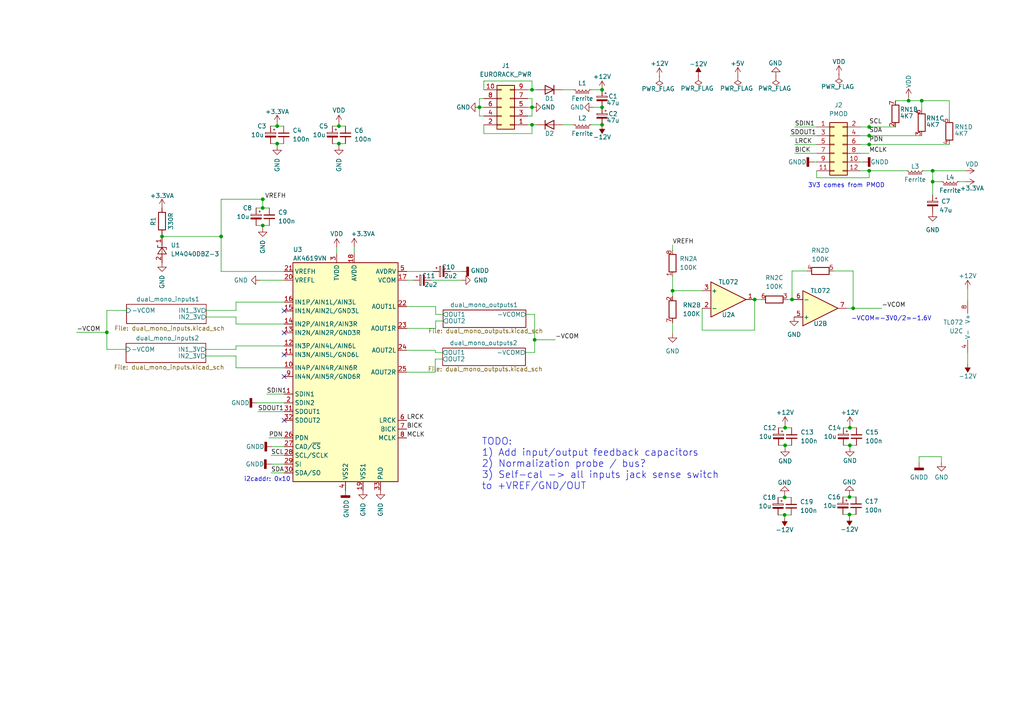
<source format=kicad_sch>
(kicad_sch (version 20211123) (generator eeschema)
  (paper "A4")
  (lib_symbols
    (symbol "Amplifier_Operational:TL072" (pin_names (offset 0.127))
      (property "Reference" "U" (at 0 5.08 0))
      (property "Value" "TL072" (at 0 -5.08 0))
      (symbol "TL072_1_1"
        (polyline (pts (xy -5.08 5.08) (xy 5.08 0) (xy -5.08 -5.08) (xy -5.08 5.08)) (stroke (width 0.254)) (fill (type background)))
        (pin output line (at 7.62 0 180) (length 2.54) (name "~") (number "1"))
        (pin input line (at -7.62 -2.54 0) (length 2.54) (name "-") (number "2"))
        (pin input line (at -7.62 2.54 0) (length 2.54) (name "+") (number "3"))
      )
      (symbol "TL072_2_1"
        (polyline (pts (xy -5.08 5.08) (xy 5.08 0) (xy -5.08 -5.08) (xy -5.08 5.08)) (stroke (width 0.254)) (fill (type background)))
        (pin input line (at -7.62 2.54 0) (length 2.54) (name "+") (number "5"))
        (pin input line (at -7.62 -2.54 0) (length 2.54) (name "-") (number "6"))
        (pin output line (at 7.62 0 180) (length 2.54) (name "~") (number "7"))
      )
      (symbol "TL072_3_1"
        (pin power_in line (at -2.54 -7.62 90) (length 3.81) (name "V-") (number "4"))
        (pin power_in line (at -2.54 7.62 270) (length 3.81) (name "V+") (number "8"))
      )
    )
    (symbol "Connector_Generic:Conn_02x05_Odd_Even" (pin_names (offset 1.016) hide)
      (property "Reference" "J" (at 1.27 7.62 0))
      (property "Value" "Conn_02x05_Odd_Even" (at 1.27 -7.62 0))
      (symbol "Conn_02x05_Odd_Even_1_1"
        (rectangle (start -1.27 -4.953) (end 0 -5.207) (stroke (width 0.1524)))
        (rectangle (start -1.27 -2.413) (end 0 -2.667) (stroke (width 0.1524)))
        (rectangle (start -1.27 0.127) (end 0 -0.127) (stroke (width 0.1524)))
        (rectangle (start -1.27 2.667) (end 0 2.413) (stroke (width 0.1524)))
        (rectangle (start -1.27 5.207) (end 0 4.953) (stroke (width 0.1524)))
        (rectangle (start -1.27 6.35) (end 3.81 -6.35) (stroke (width 0.254)) (fill (type background)))
        (rectangle (start 3.81 -4.953) (end 2.54 -5.207) (stroke (width 0.1524)))
        (rectangle (start 3.81 -2.413) (end 2.54 -2.667) (stroke (width 0.1524)))
        (rectangle (start 3.81 0.127) (end 2.54 -0.127) (stroke (width 0.1524)))
        (rectangle (start 3.81 2.667) (end 2.54 2.413) (stroke (width 0.1524)))
        (rectangle (start 3.81 5.207) (end 2.54 4.953) (stroke (width 0.1524)))
        (pin passive line (at -5.08 5.08 0) (length 3.81) (name "Pin_1") (number "1"))
        (pin passive line (at 7.62 -5.08 180) (length 3.81) (name "Pin_10") (number "10"))
        (pin passive line (at 7.62 5.08 180) (length 3.81) (name "Pin_2") (number "2"))
        (pin passive line (at -5.08 2.54 0) (length 3.81) (name "Pin_3") (number "3"))
        (pin passive line (at 7.62 2.54 180) (length 3.81) (name "Pin_4") (number "4"))
        (pin passive line (at -5.08 0 0) (length 3.81) (name "Pin_5") (number "5"))
        (pin passive line (at 7.62 0 180) (length 3.81) (name "Pin_6") (number "6"))
        (pin passive line (at -5.08 -2.54 0) (length 3.81) (name "Pin_7") (number "7"))
        (pin passive line (at 7.62 -2.54 180) (length 3.81) (name "Pin_8") (number "8"))
        (pin passive line (at -5.08 -5.08 0) (length 3.81) (name "Pin_9") (number "9"))
      )
    )
    (symbol "Connector_Generic:Conn_02x06_Odd_Even" (pin_names (offset 1.016) hide)
      (property "Reference" "J" (at 1.27 7.62 0))
      (property "Value" "Conn_02x06_Odd_Even" (at 1.27 -10.16 0))
      (symbol "Conn_02x06_Odd_Even_1_1"
        (rectangle (start -1.27 -7.493) (end 0 -7.747) (stroke (width 0.1524)))
        (rectangle (start -1.27 -4.953) (end 0 -5.207) (stroke (width 0.1524)))
        (rectangle (start -1.27 -2.413) (end 0 -2.667) (stroke (width 0.1524)))
        (rectangle (start -1.27 0.127) (end 0 -0.127) (stroke (width 0.1524)))
        (rectangle (start -1.27 2.667) (end 0 2.413) (stroke (width 0.1524)))
        (rectangle (start -1.27 5.207) (end 0 4.953) (stroke (width 0.1524)))
        (rectangle (start -1.27 6.35) (end 3.81 -8.89) (stroke (width 0.254)) (fill (type background)))
        (rectangle (start 3.81 -7.493) (end 2.54 -7.747) (stroke (width 0.1524)))
        (rectangle (start 3.81 -4.953) (end 2.54 -5.207) (stroke (width 0.1524)))
        (rectangle (start 3.81 -2.413) (end 2.54 -2.667) (stroke (width 0.1524)))
        (rectangle (start 3.81 0.127) (end 2.54 -0.127) (stroke (width 0.1524)))
        (rectangle (start 3.81 2.667) (end 2.54 2.413) (stroke (width 0.1524)))
        (rectangle (start 3.81 5.207) (end 2.54 4.953) (stroke (width 0.1524)))
        (pin passive line (at -5.08 5.08 0) (length 3.81) (name "Pin_1") (number "1"))
        (pin passive line (at 7.62 -5.08 180) (length 3.81) (name "Pin_10") (number "10"))
        (pin passive line (at -5.08 -7.62 0) (length 3.81) (name "Pin_11") (number "11"))
        (pin passive line (at 7.62 -7.62 180) (length 3.81) (name "Pin_12") (number "12"))
        (pin passive line (at 7.62 5.08 180) (length 3.81) (name "Pin_2") (number "2"))
        (pin passive line (at -5.08 2.54 0) (length 3.81) (name "Pin_3") (number "3"))
        (pin passive line (at 7.62 2.54 180) (length 3.81) (name "Pin_4") (number "4"))
        (pin passive line (at -5.08 0 0) (length 3.81) (name "Pin_5") (number "5"))
        (pin passive line (at 7.62 0 180) (length 3.81) (name "Pin_6") (number "6"))
        (pin passive line (at -5.08 -2.54 0) (length 3.81) (name "Pin_7") (number "7"))
        (pin passive line (at 7.62 -2.54 180) (length 3.81) (name "Pin_8") (number "8"))
        (pin passive line (at -5.08 -5.08 0) (length 3.81) (name "Pin_9") (number "9"))
      )
    )
    (symbol "Device:C_Polarized_Small" (pin_numbers hide) (pin_names (offset 0.254) hide)
      (property "Reference" "C" (at 0.254 1.778 0))
      (property "Value" "C_Polarized_Small" (at 0.254 -2.032 0))
      (symbol "C_Polarized_Small_0_1"
        (rectangle (start -1.524 -0.3048) (end 1.524 -0.6858) (fill (type outline)))
        (rectangle (start -1.524 0.6858) (end 1.524 0.3048))
        (polyline (pts (xy -1.27 1.524) (xy -0.762 1.524)))
        (polyline (pts (xy -1.016 1.27) (xy -1.016 1.778)))
      )
      (symbol "C_Polarized_Small_1_1"
        (pin passive line (at 0 2.54 270) (length 1.8542) (name "~") (number "1"))
        (pin passive line (at 0 -2.54 90) (length 1.8542) (name "~") (number "2"))
      )
    )
    (symbol "Device:C_Small" (pin_numbers hide) (pin_names (offset 0.254) hide)
      (property "Reference" "C" (at 0.254 1.778 0))
      (property "Value" "C_Small" (at 0.254 -2.032 0))
      (symbol "C_Small_0_1"
        (polyline (pts (xy -1.524 -0.508) (xy 1.524 -0.508)) (stroke (width 0.3302)))
        (polyline (pts (xy -1.524 0.508) (xy 1.524 0.508)) (stroke (width 0.3048)))
      )
      (symbol "C_Small_1_1"
        (pin passive line (at 0 2.54 270) (length 2.032) (name "~") (number "1"))
        (pin passive line (at 0 -2.54 90) (length 2.032) (name "~") (number "2"))
      )
    )
    (symbol "Device:L_Ferrite_Small" (pin_numbers hide) (pin_names (offset 0.254) hide)
      (property "Reference" "L" (at 1.27 1.016 0))
      (property "Value" "L_Ferrite_Small" (at 1.27 -1.27 0))
      (symbol "L_Ferrite_Small_0_1"
        (arc (start 0 -2.032) (mid 0.508 -1.524) (end 0 -1.016))
        (arc (start 0 -1.016) (mid 0.508 -0.508) (end 0 0))
        (polyline (pts (xy 0.762 -1.905) (xy 0.762 -1.651)))
        (polyline (pts (xy 0.762 -1.397) (xy 0.762 -1.143)))
        (polyline (pts (xy 0.762 -0.889) (xy 0.762 -0.635)))
        (polyline (pts (xy 0.762 -0.381) (xy 0.762 -0.127)))
        (polyline (pts (xy 0.762 0.127) (xy 0.762 0.381)))
        (polyline (pts (xy 0.762 0.635) (xy 0.762 0.889)))
        (polyline (pts (xy 0.762 1.143) (xy 0.762 1.397)))
        (polyline (pts (xy 0.762 1.651) (xy 0.762 1.905)))
        (polyline (pts (xy 1.016 -1.651) (xy 1.016 -1.905)))
        (polyline (pts (xy 1.016 -1.143) (xy 1.016 -1.397)))
        (polyline (pts (xy 1.016 -0.635) (xy 1.016 -0.889)))
        (polyline (pts (xy 1.016 -0.127) (xy 1.016 -0.381)))
        (polyline (pts (xy 1.016 0.381) (xy 1.016 0.127)))
        (polyline (pts (xy 1.016 0.889) (xy 1.016 0.635)))
        (polyline (pts (xy 1.016 1.397) (xy 1.016 1.143)))
        (polyline (pts (xy 1.016 1.905) (xy 1.016 1.651)))
        (arc (start 0 0) (mid 0.508 0.508) (end 0 1.016))
        (arc (start 0 1.016) (mid 0.508 1.524) (end 0 2.032))
      )
      (symbol "L_Ferrite_Small_1_1"
        (pin passive line (at 0 2.54 270) (length 0.508) (name "~") (number "1"))
        (pin passive line (at 0 -2.54 90) (length 0.508) (name "~") (number "2"))
      )
    )
    (symbol "Device:R" (pin_numbers hide) (pin_names (offset 0))
      (property "Reference" "R" (at 2.032 0 90))
      (property "Value" "R" (at 0 0 90))
      (symbol "R_0_1"
        (rectangle (start -1.016 -2.54) (end 1.016 2.54) (stroke (width 0.254)))
      )
      (symbol "R_1_1"
        (pin passive line (at 0 3.81 270) (length 1.27) (name "~") (number "1"))
        (pin passive line (at 0 -3.81 90) (length 1.27) (name "~") (number "2"))
      )
    )
    (symbol "Device:R_Pack04_Split" (pin_names (offset 0) hide)
      (property "Reference" "RN" (at 2.032 0 90))
      (property "Value" "R_Pack04_Split" (at 0 0 90))
      (symbol "R_Pack04_Split_0_1"
        (rectangle (start 1.016 2.54) (end -1.016 -2.54) (stroke (width 0.254)))
      )
      (symbol "R_Pack04_Split_1_1"
        (pin passive line (at 0 -3.81 90) (length 1.27) (name "R1.1") (number "1"))
        (pin passive line (at 0 3.81 270) (length 1.27) (name "R1.2") (number "8"))
      )
      (symbol "R_Pack04_Split_2_1"
        (pin passive line (at 0 -3.81 90) (length 1.27) (name "R2.1") (number "2"))
        (pin passive line (at 0 3.81 270) (length 1.27) (name "R2.2") (number "7"))
      )
      (symbol "R_Pack04_Split_3_1"
        (pin passive line (at 0 -3.81 90) (length 1.27) (name "R3.1") (number "3"))
        (pin passive line (at 0 3.81 270) (length 1.27) (name "R3.2") (number "6"))
      )
      (symbol "R_Pack04_Split_4_1"
        (pin passive line (at 0 -3.81 90) (length 1.27) (name "R4.1") (number "4"))
        (pin passive line (at 0 3.81 270) (length 1.27) (name "R4.2") (number "5"))
      )
    )
    (symbol "Diode:US1G" (pin_numbers hide) (pin_names (offset 1.016) hide)
      (property "Reference" "D" (at 0 2.54 0))
      (property "Value" "US1G" (at 0 -2.54 0))
      (symbol "US1G_0_1"
        (polyline (pts (xy -1.27 1.27) (xy -1.27 -1.27)) (stroke (width 0.254)))
        (polyline (pts (xy 1.27 0) (xy -1.27 0)))
        (polyline (pts (xy 1.27 1.27) (xy 1.27 -1.27) (xy -1.27 0) (xy 1.27 1.27)) (stroke (width 0.254)))
      )
      (symbol "US1G_1_1"
        (pin passive line (at -3.81 0 0) (length 2.54) (name "K") (number "1"))
        (pin passive line (at 3.81 0 180) (length 2.54) (name "A") (number "2"))
      )
    )
    (symbol "Reference_Voltage:LM4040DBZ-3" (pin_names (offset 0.0254) hide)
      (property "Reference" "U" (at 0 2.54 0))
      (property "Value" "LM4040DBZ-3" (at 0 -3.175 0))
      (symbol "LM4040DBZ-3_0_1"
        (polyline (pts (xy -1.27 0) (xy 0 0) (xy 1.27 0)))
        (polyline (pts (xy -1.27 -1.27) (xy 0.635 0) (xy -1.27 1.27) (xy -1.27 -1.27)) (stroke (width 0.2032)))
        (polyline (pts (xy 0 -1.27) (xy 0.635 -1.27) (xy 0.635 1.27) (xy 1.27 1.27)) (stroke (width 0.2032)))
      )
      (symbol "LM4040DBZ-3_1_1"
        (pin passive line (at 3.81 0 180) (length 2.54) (name "K") (number "1"))
        (pin passive line (at -3.81 0 0) (length 2.54) (name "A") (number "2"))
      )
    )
    (symbol "ak_codec_ics:AK4619VN"
      (property "Reference" "U?" (at -13.97 41.91 0))
      (property "Value" "AK4619VN" (at -10.16 39.37 0))
      (symbol "AK4619VN_0_1"
        (rectangle (start -15.24 38.1) (end 15.24 -25.4) (stroke (width 0.254)) (fill (type background)))
      )
      (symbol "AK4619VN_1_1"
        (pin input line (at -17.78 0 0) (length 2.54) (name "SDIN1") (number "1"))
        (pin input line (at -17.78 7.62 0) (length 2.54) (name "IN4P/AIN4R/AIN6R") (number "10"))
        (pin input line (at -17.78 11.43 0) (length 2.54) (name "IN3N/AIN5L/GND6L") (number "11"))
        (pin input line (at -17.78 13.97 0) (length 2.54) (name "IN3P/AIN4L/AIN6L") (number "12"))
        (pin input line (at -17.78 17.78 0) (length 2.54) (name "IN2N/AIN2R/GND3R") (number "13"))
        (pin input line (at -17.78 20.32 0) (length 2.54) (name "IN2P/AIN1R/AIN3R") (number "14"))
        (pin input line (at -17.78 24.13 0) (length 2.54) (name "IN1N/AIN2L/GND3L") (number "15"))
        (pin input line (at -17.78 26.67 0) (length 2.54) (name "IN1P/AIN1L/AIN3L") (number "16"))
        (pin power_out line (at 17.78 33.02 180) (length 2.54) (name "VCOM") (number "17"))
        (pin power_in line (at 2.54 40.64 270) (length 2.54) (name "AVDD") (number "18"))
        (pin power_in line (at 5.08 -27.94 90) (length 2.54) (name "VSS1") (number "19"))
        (pin input line (at -17.78 -2.54 0) (length 2.54) (name "SDIN2") (number "2"))
        (pin input line (at -17.78 33.02 0) (length 2.54) (name "VREFL") (number "20"))
        (pin input line (at -17.78 35.56 0) (length 2.54) (name "VREFH") (number "21"))
        (pin output line (at 17.78 25.4 180) (length 2.54) (name "AOUT1L") (number "22"))
        (pin output line (at 17.78 19.05 180) (length 2.54) (name "AOUT1R") (number "23"))
        (pin output line (at 17.78 12.7 180) (length 2.54) (name "AOUT2L") (number "24"))
        (pin output line (at 17.78 6.35 180) (length 2.54) (name "AOUT2R") (number "25"))
        (pin input line (at -17.78 -12.7 0) (length 2.54) (name "PDN") (number "26"))
        (pin input line (at -17.78 -15.24 0) (length 2.54) (name "CAD/~{CS}") (number "27"))
        (pin input line (at -17.78 -17.78 0) (length 2.54) (name "SCL/SCLK") (number "28"))
        (pin input line (at -17.78 -20.32 0) (length 2.54) (name "SI") (number "29"))
        (pin power_in line (at -2.54 40.64 270) (length 2.54) (name "TVDD") (number "3"))
        (pin bidirectional line (at -17.78 -22.86 0) (length 2.54) (name "SDA/SO") (number "30"))
        (pin output line (at -17.78 -5.08 0) (length 2.54) (name "SDOUT1") (number "31"))
        (pin output line (at -17.78 -7.62 0) (length 2.54) (name "SDOUT2") (number "32"))
        (pin passive line (at 10.16 -27.94 90) (length 2.54) (name "PAD") (number "33"))
        (pin power_in line (at 0 -27.94 90) (length 2.54) (name "VSS2") (number "4"))
        (pin power_out line (at 17.78 35.56 180) (length 2.54) (name "AVDRV") (number "5"))
        (pin input line (at 17.78 -7.62 180) (length 2.54) (name "LRCK") (number "6"))
        (pin input line (at 17.78 -10.16 180) (length 2.54) (name "BICK") (number "7"))
        (pin input line (at 17.78 -12.7 180) (length 2.54) (name "MCLK") (number "8"))
        (pin input line (at -17.78 5.08 0) (length 2.54) (name "IN4N/AIN5R/GND6R") (number "9"))
      )
    )
    (symbol "power:+12V" (power) (pin_names (offset 0))
      (property "Value" "+12V" (at 0 3.556 0))
      (symbol "+12V_0_1"
        (polyline (pts (xy -0.762 1.27) (xy 0 2.54)))
        (polyline (pts (xy 0 0) (xy 0 2.54)))
        (polyline (pts (xy 0 2.54) (xy 0.762 1.27)))
      )
      (symbol "+12V_1_1"
        (pin power_in line (at 0 0 90) (length 0) hide (name "+12V") (number "1"))
      )
    )
    (symbol "power:+3.3VA" (power) (pin_names (offset 0))
      (property "Value" "+3.3VA" (at 0 3.556 0))
      (symbol "+3.3VA_0_1"
        (polyline (pts (xy -0.762 1.27) (xy 0 2.54)))
        (polyline (pts (xy 0 0) (xy 0 2.54)))
        (polyline (pts (xy 0 2.54) (xy 0.762 1.27)))
      )
      (symbol "+3.3VA_1_1"
        (pin power_in line (at 0 0 90) (length 0) hide (name "+3.3VA") (number "1"))
      )
    )
    (symbol "power:+5V" (power) (pin_names (offset 0))
      (property "Value" "+5V" (at 0 3.556 0))
      (symbol "+5V_0_1"
        (polyline (pts (xy -0.762 1.27) (xy 0 2.54)))
        (polyline (pts (xy 0 0) (xy 0 2.54)))
        (polyline (pts (xy 0 2.54) (xy 0.762 1.27)))
      )
      (symbol "+5V_1_1"
        (pin power_in line (at 0 0 90) (length 0) hide (name "+5V") (number "1"))
      )
    )
    (symbol "power:-12V" (power) (pin_names (offset 0))
      (property "Value" "-12V" (at 0 3.81 0))
      (symbol "-12V_0_0"
        (pin power_in line (at 0 0 90) (length 0) hide (name "-12V") (number "1"))
      )
      (symbol "-12V_0_1"
        (polyline (pts (xy 0 0) (xy 0 1.27) (xy 0.762 1.27) (xy 0 2.54) (xy -0.762 1.27) (xy 0 1.27)) (fill (type outline)))
      )
    )
    (symbol "power:GND" (power) (pin_names (offset 0))
      (property "Value" "GND" (at 0 -3.81 0))
      (symbol "GND_0_1"
        (polyline (pts (xy 0 0) (xy 0 -1.27) (xy 1.27 -1.27) (xy 0 -2.54) (xy -1.27 -1.27) (xy 0 -1.27)))
      )
      (symbol "GND_1_1"
        (pin power_in line (at 0 0 270) (length 0) hide (name "GND") (number "1"))
      )
    )
    (symbol "power:GNDD" (power) (pin_names (offset 0))
      (property "Value" "GNDD" (at 0 -3.175 0))
      (symbol "GNDD_0_1"
        (rectangle (start -1.27 -1.524) (end 1.27 -2.032) (stroke (width 0.254)) (fill (type outline)))
        (polyline (pts (xy 0 0) (xy 0 -1.524)))
      )
      (symbol "GNDD_1_1"
        (pin power_in line (at 0 0 270) (length 0) hide (name "GNDD") (number "1"))
      )
    )
    (symbol "power:PWR_FLAG" (power) (pin_numbers hide) (pin_names (offset 0) hide)
      (property "Value" "PWR_FLAG" (at 0 3.81 0))
      (symbol "PWR_FLAG_0_0"
        (pin power_out line (at 0 0 90) (length 0) (name "pwr") (number "1"))
      )
      (symbol "PWR_FLAG_0_1"
        (polyline (pts (xy 0 0) (xy 0 1.27) (xy -1.016 1.905) (xy 0 2.54) (xy 1.016 1.905) (xy 0 1.27)))
      )
    )
    (symbol "power:VDD" (power) (pin_names (offset 0))
      (property "Value" "VDD" (at 0 3.81 0))
      (symbol "VDD_0_1"
        (polyline (pts (xy -0.762 1.27) (xy 0 2.54)))
        (polyline (pts (xy 0 0) (xy 0 2.54)))
        (polyline (pts (xy 0 2.54) (xy 0.762 1.27)))
      )
      (symbol "VDD_1_1"
        (pin power_in line (at 0 0 90) (length 0) hide (name "VDD") (number "1"))
      )
    )
  )
  (junction (at 174.625 26.035))
  (junction (at 76.2 60.325))
  (junction (at 252.095 39.37))
  (junction (at 98.298 41.656))
  (junction (at 227.711 129.159))
  (junction (at 227.711 124.079))
  (junction (at 139.065 31.115))
  (junction (at 267.335 29.21))
  (junction (at 174.625 36.195))
  (junction (at 98.298 36.576))
  (junction (at 252.095 36.83))
  (junction (at 64.135 68.58))
  (junction (at 247.4468 89.408))
  (junction (at 154.305 36.195))
  (junction (at 227.584 149.352))
  (junction (at 252.095 41.91))
  (junction (at 263.525 29.21))
  (junction (at 155.067 98.552))
  (junction (at 30.988 96.393))
  (junction (at 195.072 84.328))
  (junction (at 229.7176 86.868))
  (junction (at 246.38 149.225))
  (junction (at 246.507 129.159))
  (junction (at 154.305 26.035))
  (junction (at 76.2 65.405))
  (junction (at 252.095 49.53))
  (junction (at 80.391 36.576))
  (junction (at 46.99 68.58))
  (junction (at 246.38 144.145))
  (junction (at 154.305 31.115))
  (junction (at 270.51 52.705))
  (junction (at 227.584 144.272))
  (junction (at 80.391 41.656))
  (junction (at 270.51 49.53))
  (junction (at 76.2 57.785))
  (junction (at 246.507 124.079))
  (junction (at 174.625 31.115))
  (junction (at 218.8972 86.868))
  (no_connect (at 82.423 102.87))
  (no_connect (at 82.423 109.22))
  (no_connect (at 82.423 90.17))
  (no_connect (at 82.423 96.52))
  (no_connect (at 82.423 121.92))
  (wire (pts (xy 228.3968 86.868) (xy 229.7176 86.868)))
  (wire (pts (xy 249.555 46.99) (xy 250.317 46.99)))
  (wire (pts (xy 270.51 49.53) (xy 280.035 49.53)))
  (wire (pts (xy 154.305 23.495) (xy 140.335 23.495)))
  (wire (pts (xy 230.505 36.83) (xy 236.855 36.83)))
  (wire (pts (xy 152.4 102.235) (xy 155.067 102.235)))
  (wire (pts (xy 270.51 52.705) (xy 273.05 52.705)))
  (wire (pts (xy 246.38 149.225) (xy 248.285 149.225)))
  (wire (pts (xy 68.453 106.68) (xy 82.423 106.68)))
  (wire (pts (xy 59.817 91.948) (xy 68.453 91.948)))
  (wire (pts (xy 78.74 134.62) (xy 82.423 134.62)))
  (wire (pts (xy 153.035 33.655) (xy 154.305 33.655)))
  (wire (pts (xy 225.679 149.352) (xy 227.584 149.352)))
  (wire (pts (xy 171.45 36.195) (xy 174.625 36.195)))
  (wire (pts (xy 249.555 36.83) (xy 252.095 36.83)))
  (wire (pts (xy 80.391 41.656) (xy 82.296 41.656)))
  (wire (pts (xy 163.195 26.035) (xy 166.37 26.035)))
  (wire (pts (xy 267.335 31.75) (xy 267.335 29.21)))
  (wire (pts (xy 259.715 29.21) (xy 263.525 29.21)))
  (wire (pts (xy 126.238 104.14) (xy 128.397 104.14)))
  (wire (pts (xy 246.38 144.145) (xy 248.285 144.145)))
  (wire (pts (xy 280.67 102.362) (xy 280.67 105.41)))
  (wire (pts (xy 126.238 107.95) (xy 126.238 104.14)))
  (wire (pts (xy 74.295 65.405) (xy 76.2 65.405)))
  (wire (pts (xy 154.305 38.735) (xy 140.335 38.735)))
  (wire (pts (xy 249.555 44.45) (xy 252.095 44.45)))
  (wire (pts (xy 252.095 49.53) (xy 262.89 49.53)))
  (wire (pts (xy 154.305 26.035) (xy 155.575 26.035)))
  (wire (pts (xy 229.235 39.37) (xy 236.855 39.37)))
  (wire (pts (xy 252.095 36.83) (xy 259.715 36.83)))
  (wire (pts (xy 273.05 132.461) (xy 266.573 132.461)))
  (wire (pts (xy 46.99 67.945) (xy 46.99 68.58)))
  (wire (pts (xy 76.2 65.405) (xy 78.105 65.405)))
  (wire (pts (xy 117.983 107.95) (xy 126.238 107.95)))
  (wire (pts (xy 246.507 123.444) (xy 246.507 124.079)))
  (wire (pts (xy 195.072 80.137) (xy 195.072 84.328)))
  (wire (pts (xy 218.8972 86.868) (xy 220.7768 86.868)))
  (wire (pts (xy 154.305 36.195) (xy 154.305 38.735)))
  (wire (pts (xy 126.238 101.6) (xy 126.238 102.235)))
  (wire (pts (xy 227.711 123.444) (xy 227.711 124.079)))
  (wire (pts (xy 244.475 149.225) (xy 246.38 149.225)))
  (wire (pts (xy 263.525 28.321) (xy 263.525 29.21)))
  (wire (pts (xy 155.067 91.186) (xy 155.067 98.552)))
  (wire (pts (xy 76.2 60.325) (xy 78.105 60.325)))
  (wire (pts (xy 64.135 68.58) (xy 64.135 57.785)))
  (wire (pts (xy 236.093 46.99) (xy 236.855 46.99)))
  (wire (pts (xy 266.573 132.461) (xy 266.573 134.239)))
  (wire (pts (xy 227.711 129.159) (xy 227.711 129.794)))
  (wire (pts (xy 203.6572 95.758) (xy 218.8972 95.758)))
  (wire (pts (xy 153.035 31.115) (xy 154.305 31.115)))
  (wire (pts (xy 195.072 84.328) (xy 195.072 85.9536)))
  (wire (pts (xy 126.365 91.186) (xy 126.365 88.9)))
  (wire (pts (xy 203.6572 89.408) (xy 203.6572 95.758)))
  (wire (pts (xy 227.711 124.079) (xy 229.616 124.079)))
  (wire (pts (xy 97.663 71.755) (xy 97.663 73.66)))
  (wire (pts (xy 74.549 116.84) (xy 82.423 116.84)))
  (wire (pts (xy 247.4468 78.5876) (xy 247.4468 89.408)))
  (wire (pts (xy 227.584 149.352) (xy 229.489 149.352)))
  (wire (pts (xy 22.225 96.393) (xy 30.988 96.393)))
  (wire (pts (xy 154.305 31.115) (xy 154.305 33.655)))
  (wire (pts (xy 77.343 114.3) (xy 82.423 114.3)))
  (wire (pts (xy 252.095 39.37) (xy 267.335 39.37)))
  (wire (pts (xy 154.305 26.035) (xy 154.305 23.495)))
  (wire (pts (xy 227.584 144.272) (xy 229.489 144.272)))
  (wire (pts (xy 154.305 28.575) (xy 154.305 31.115)))
  (wire (pts (xy 252.095 36.195) (xy 252.095 36.83)))
  (wire (pts (xy 252.095 41.402) (xy 252.095 41.91)))
  (wire (pts (xy 241.7572 78.5876) (xy 247.4468 78.5876)))
  (wire (pts (xy 230.505 44.45) (xy 236.855 44.45)))
  (wire (pts (xy 246.38 149.225) (xy 246.38 149.86)))
  (wire (pts (xy 267.97 49.53) (xy 270.51 49.53)))
  (wire (pts (xy 246.507 129.159) (xy 248.412 129.159)))
  (wire (pts (xy 68.453 87.63) (xy 82.423 87.63)))
  (wire (pts (xy 96.393 41.656) (xy 98.298 41.656)))
  (wire (pts (xy 155.067 102.235) (xy 155.067 98.552)))
  (wire (pts (xy 225.806 129.159) (xy 227.711 129.159)))
  (wire (pts (xy 278.13 52.705) (xy 280.035 52.705)))
  (wire (pts (xy 64.135 78.74) (xy 82.423 78.74)))
  (wire (pts (xy 195.072 93.5736) (xy 195.072 96.7486)))
  (wire (pts (xy 246.507 129.159) (xy 246.507 129.794)))
  (wire (pts (xy 163.195 36.195) (xy 166.37 36.195)))
  (wire (pts (xy 78.613 132.08) (xy 82.423 132.08)))
  (wire (pts (xy 80.391 41.656) (xy 80.391 42.291)))
  (wire (pts (xy 280.67 83.82) (xy 280.67 87.122)))
  (wire (pts (xy 252.095 51.562) (xy 252.095 49.53)))
  (wire (pts (xy 236.855 49.53) (xy 236.855 51.562)))
  (wire (pts (xy 64.135 57.785) (xy 76.2 57.785)))
  (wire (pts (xy 140.335 38.735) (xy 140.335 36.195)))
  (wire (pts (xy 30.988 101.346) (xy 36.576 101.346)))
  (wire (pts (xy 78.486 41.656) (xy 80.391 41.656)))
  (wire (pts (xy 140.335 23.495) (xy 140.335 26.035)))
  (wire (pts (xy 230.505 41.91) (xy 236.855 41.91)))
  (wire (pts (xy 98.298 41.656) (xy 98.298 42.291)))
  (wire (pts (xy 96.393 36.576) (xy 98.298 36.576)))
  (wire (pts (xy 172.085 31.115) (xy 174.625 31.115)))
  (wire (pts (xy 153.035 28.575) (xy 154.305 28.575)))
  (wire (pts (xy 98.298 36.576) (xy 100.203 36.576)))
  (wire (pts (xy 244.475 144.145) (xy 246.38 144.145)))
  (wire (pts (xy 270.51 49.53) (xy 270.51 52.705)))
  (wire (pts (xy 78.867 129.54) (xy 82.423 129.54)))
  (wire (pts (xy 30.988 90.043) (xy 36.703 90.043)))
  (wire (pts (xy 252.095 38.735) (xy 252.095 39.37)))
  (wire (pts (xy 267.335 29.21) (xy 275.336 29.21)))
  (wire (pts (xy 76.2 57.785) (xy 76.835 57.785)))
  (wire (pts (xy 249.555 49.53) (xy 252.095 49.53)))
  (wire (pts (xy 78.613 137.16) (xy 82.423 137.16)))
  (wire (pts (xy 124.968 81.28) (xy 133.858 81.28)))
  (wire (pts (xy 273.05 134.112) (xy 273.05 132.461)))
  (wire (pts (xy 77.978 127) (xy 82.423 127)))
  (wire (pts (xy 98.298 41.656) (xy 100.203 41.656)))
  (wire (pts (xy 76.2 57.785) (xy 76.2 60.325)))
  (wire (pts (xy 74.295 60.325) (xy 76.2 60.325)))
  (wire (pts (xy 227.584 143.637) (xy 227.584 144.272)))
  (wire (pts (xy 225.679 144.272) (xy 227.584 144.272)))
  (wire (pts (xy 246.38 143.51) (xy 246.38 144.145)))
  (wire (pts (xy 126.365 93.091) (xy 126.365 95.25)))
  (wire (pts (xy 229.7176 86.868) (xy 230.3272 86.868)))
  (wire (pts (xy 139.065 31.115) (xy 140.335 31.115)))
  (wire (pts (xy 117.983 81.28) (xy 119.888 81.28)))
  (wire (pts (xy 154.305 36.195) (xy 155.575 36.195)))
  (wire (pts (xy 80.391 35.941) (xy 80.391 36.576)))
  (wire (pts (xy 130.683 78.74) (xy 133.858 78.74)))
  (wire (pts (xy 126.238 102.235) (xy 128.397 102.235)))
  (wire (pts (xy 74.803 119.38) (xy 82.423 119.38)))
  (wire (pts (xy 229.7176 78.5876) (xy 229.7176 86.868)))
  (wire (pts (xy 155.067 91.186) (xy 152.527 91.186)))
  (wire (pts (xy 195.072 71.0184) (xy 195.072 72.517)))
  (wire (pts (xy 80.391 36.576) (xy 82.296 36.576)))
  (wire (pts (xy 64.135 78.74) (xy 64.135 68.58)))
  (wire (pts (xy 249.555 41.91) (xy 252.095 41.91)))
  (wire (pts (xy 128.524 93.091) (xy 126.365 93.091)))
  (wire (pts (xy 140.335 33.655) (xy 139.065 33.655)))
  (wire (pts (xy 249.555 39.37) (xy 252.095 39.37)))
  (wire (pts (xy 227.584 149.352) (xy 227.584 149.987)))
  (wire (pts (xy 68.453 103.251) (xy 68.453 106.68)))
  (wire (pts (xy 76.2 65.405) (xy 76.2 66.04)))
  (wire (pts (xy 171.45 26.035) (xy 174.625 26.035)))
  (wire (pts (xy 68.453 101.346) (xy 68.453 100.33)))
  (wire (pts (xy 117.983 88.9) (xy 126.365 88.9)))
  (wire (pts (xy 155.067 98.552) (xy 161.036 98.552)))
  (wire (pts (xy 102.743 71.628) (xy 102.743 73.66)))
  (wire (pts (xy 117.983 78.74) (xy 125.603 78.74)))
  (wire (pts (xy 30.988 96.393) (xy 30.988 90.043)))
  (wire (pts (xy 153.035 36.195) (xy 154.305 36.195)))
  (wire (pts (xy 128.524 91.186) (xy 126.365 91.186)))
  (wire (pts (xy 236.855 51.562) (xy 252.095 51.562)))
  (wire (pts (xy 68.453 100.33) (xy 82.423 100.33)))
  (wire (pts (xy 117.983 95.25) (xy 126.365 95.25)))
  (wire (pts (xy 98.298 35.941) (xy 98.298 36.576)))
  (wire (pts (xy 59.69 103.251) (xy 68.453 103.251)))
  (wire (pts (xy 247.4468 89.408) (xy 255.7272 89.408)))
  (wire (pts (xy 64.135 68.58) (xy 46.99 68.58)))
  (wire (pts (xy 195.072 84.328) (xy 203.6572 84.328)))
  (wire (pts (xy 252.095 41.91) (xy 275.336 41.91)))
  (wire (pts (xy 139.065 28.575) (xy 140.335 28.575)))
  (wire (pts (xy 153.035 26.035) (xy 154.305 26.035)))
  (wire (pts (xy 117.983 101.6) (xy 126.238 101.6)))
  (wire (pts (xy 59.69 101.346) (xy 68.453 101.346)))
  (wire (pts (xy 68.453 91.948) (xy 68.453 93.98)))
  (wire (pts (xy 275.336 29.21) (xy 275.336 34.29)))
  (wire (pts (xy 68.453 90.043) (xy 68.453 87.63)))
  (wire (pts (xy 246.507 124.079) (xy 248.412 124.079)))
  (wire (pts (xy 68.453 93.98) (xy 82.423 93.98)))
  (wire (pts (xy 244.602 129.159) (xy 246.507 129.159)))
  (wire (pts (xy 229.7176 78.5876) (xy 234.1372 78.5876)))
  (wire (pts (xy 30.988 96.393) (xy 30.988 101.346)))
  (wire (pts (xy 218.8972 95.758) (xy 218.8972 86.868)))
  (wire (pts (xy 75.438 81.28) (xy 82.423 81.28)))
  (wire (pts (xy 227.711 129.159) (xy 229.616 129.159)))
  (wire (pts (xy 59.817 90.043) (xy 68.453 90.043)))
  (wire (pts (xy 139.065 31.115) (xy 139.065 28.575)))
  (wire (pts (xy 244.602 124.079) (xy 246.507 124.079)))
  (wire (pts (xy 139.065 33.655) (xy 139.065 31.115)))
  (wire (pts (xy 225.806 124.079) (xy 227.711 124.079)))
  (wire (pts (xy 263.525 29.21) (xy 267.335 29.21)))
  (wire (pts (xy 78.486 36.576) (xy 80.391 36.576)))
  (wire (pts (xy 245.5672 89.408) (xy 247.4468 89.408)))
  (wire (pts (xy 270.51 52.705) (xy 270.51 56.515)))
  (text "-VCOM=-3V0/2=-1.6V" (at 246.8372 93.218 0) (effects (font (size 1.27 1.27)) (justify left bottom)))
  (text "TODO:\n1) Add input/output feedback capacitors\n2) Normalization probe / bus?\n3) Self-cal -> all inputs jack sense switch\nto +VREF/GND/OUT" (at 139.7 142.24 0) (effects (font (size 2 2)) (justify left bottom)))
  (text "i2caddr: 0x10" (at 70.739 139.827 0) (effects (font (size 1.27 1.27)) (justify left bottom)))
  (text "3V3 comes from PMOD" (at 234.315 54.61 0) (effects (font (size 1.27 1.27)) (justify left bottom)))
  (label "-VCOM" (at 255.7272 89.408 0))
  (label "-VCOM" (at 22.225 96.393 0))
  (label "SDOUT1" (at 229.235 39.37 0))
  (label "BICK" (at 117.983 124.46 0))
  (label "PDN" (at 252.095 41.402 0))
  (label "SDOUT1" (at 74.803 119.38 0))
  (label "VREFH" (at 76.835 57.785 0))
  (label "LRCK" (at 117.983 121.92 0))
  (label "SDIN1" (at 230.505 36.83 0))
  (label "PDN" (at 77.978 127 0))
  (label "MCLK" (at 117.983 127 0))
  (label "BICK" (at 230.505 44.45 0))
  (label "-VCOM" (at 161.036 98.552 0))
  (label "SCL" (at 252.095 36.195 0))
  (label "SDA" (at 78.613 137.16 0))
  (label "SDIN1" (at 77.343 114.3 0))
  (label "MCLK" (at 252.095 44.45 0))
  (label "LRCK" (at 230.505 41.91 0))
  (label "SCL" (at 78.613 132.08 0))
  (label "VREFH" (at 195.072 71.0184 0))
  (label "SDA" (at 252.095 38.735 0))
  (symbol (lib_id "power:+3.3VA") (at 80.391 35.941 0) (unit 1)
    (property "Reference" "#PWR011" (effects hide))
    (property "Value" "+3.3VA" (at 80.391 32.385 0))
  )
  (symbol (lib_id "power:GND") (at 76.2 66.04 0) (unit 1)
    (property "Reference" "#PWR022" (effects hide))
    (property "Value" "GND" (at 76.2 73.66 90) (effects (justify left)))
  )
  (symbol (lib_id "Diode:US1G") (at 159.385 26.035 180) (unit 1)
    (property "Reference" "D1" (at 159.385 28.575 0))
    (property "Value" "1N4007FL" (effects hide))
    (property "Footprint" "Diode_SMD:D_SOD-123F" (effects hide))
    (property "Datasheet" "https://www.diodes.com/assets/Datasheets/ds16008.pdf" (effects hide))
    (property "dig#" "1655-1N4007FLCT-ND" (effects hide))
    (property "mfg#" "1N4007FL" (effects hide))
  )
  (symbol (lib_id "power:-12V") (at 280.67 105.41 180) (unit 1)
    (property "Reference" "#PWR032" (effects hide))
    (property "Value" "-12V" (at 278.003 109.093 0) (effects (justify right)))
  )
  (symbol (lib_id "Device:C_Polarized_Small") (at 128.143 78.74 90) (mirror x) (unit 1)
    (property "Reference" "C10" (at 130.048 77.47 90))
    (property "Value" "2u2" (at 130.683 80.01 90))
    (property "Footprint" "Capacitor_Tantalum_SMD:CP_EIA-3216-10_Kemet-I" (effects hide))
    (property "dig#" "399-8276-1-ND" (effects hide))
    (property "mfg#" "T491A225K020AT" (effects hide))
  )
  (symbol (lib_id "power:PWR_FLAG") (at 225.044 22.098 180) (unit 1)
    (property "Reference" "#FLG04" (effects hide))
    (property "Value" "PWR_FLAG" (at 224.663 25.654 0))
  )
  (symbol (lib_id "power:GND") (at 46.99 76.2 0) (unit 1)
    (property "Reference" "#PWR025" (effects hide))
    (property "Value" "GND" (at 46.99 83.82 90) (effects (justify left)))
  )
  (symbol (lib_id "Amplifier_Operational:TL072") (at 211.2772 86.868 0) (unit 1)
    (property "Reference" "U2" (at 211.2772 91.313 0))
    (property "Value" "TL072" (at 211.2772 81.788 0))
    (property "Footprint" "Package_SO:TSSOP-8_4.4x3mm_P0.65mm" (effects hide))
    (property "Datasheet" "http://www.ti.com/lit/ds/symlink/tl071.pdf" (effects hide))
    (property "dig#" "296-TL072HIPWRCT-ND" (effects hide))
    (property "mfg#" "TL072HIPWR" (effects hide))
  )
  (symbol (lib_id "Device:C_Polarized_Small") (at 244.475 146.685 0) (mirror y) (unit 1)
    (property "Reference" "C16" (at 241.935 144.145 0))
    (property "Value" "10u" (at 240.665 146.685 0))
    (property "Footprint" "Capacitor_Tantalum_SMD:CP_EIA-3216-10_Kemet-I" (effects hide))
    (property "dig#" "399-18019-1-ND" (effects hide))
    (property "mfg#" "T491A106K020AT " (effects hide))
  )
  (symbol (lib_id "Device:C_Polarized_Small") (at 122.428 81.28 90) (mirror x) (unit 1)
    (property "Reference" "C11" (at 124.333 80.01 90))
    (property "Value" "2u2" (at 124.968 82.55 90))
    (property "Footprint" "Capacitor_Tantalum_SMD:CP_EIA-3216-10_Kemet-I" (effects hide))
    (property "dig#" "399-8276-1-ND" (effects hide))
    (property "mfg#" "T491A225K020AT" (effects hide))
  )
  (symbol (lib_id "power:+3.3VA") (at 280.035 52.705 270) (unit 1)
    (property "Reference" "#PWR019" (effects hide))
    (property "Value" "+3.3VA" (at 281.94 54.61 90))
  )
  (symbol (lib_id "Device:C_Small") (at 229.616 126.619 0) (unit 1)
    (property "Reference" "C13" (at 232.156 125.3552 0) (effects (justify left)))
    (property "Value" "100n" (at 232.156 127.8952 0) (effects (justify left)))
    (property "Footprint" "Capacitor_SMD:C_0603_1608Metric" (effects hide))
  )
  (symbol (lib_id "Device:C_Polarized_Small") (at 74.295 62.865 0) (mirror y) (unit 1)
    (property "Reference" "C8" (at 71.755 60.325 0))
    (property "Value" "10u" (at 70.485 62.865 0))
    (property "Footprint" "Capacitor_Tantalum_SMD:CP_EIA-3216-10_Kemet-I" (effects hide))
    (property "dig#" "399-18019-1-ND" (effects hide))
    (property "mfg#" "T491A106K020AT " (effects hide))
  )
  (symbol (lib_id "power:GND") (at 273.05 134.112 0) (unit 1)
    (property "Reference" "#PWR039" (effects hide))
    (property "Value" "GND" (at 271.018 138.43 0) (effects (justify left)))
  )
  (symbol (lib_id "Device:C_Polarized_Small") (at 96.393 39.116 0) (mirror y) (unit 1)
    (property "Reference" "C5" (at 93.853 36.576 0))
    (property "Value" "10u" (at 92.583 39.116 0))
    (property "Footprint" "Capacitor_Tantalum_SMD:CP_EIA-3216-10_Kemet-I" (effects hide))
    (property "dig#" "399-18019-1-ND" (effects hide))
    (property "mfg#" "T491A106K020AT " (effects hide))
  )
  (symbol (lib_id "Device:C_Polarized_Small") (at 270.51 59.055 0) (mirror y) (unit 1)
    (property "Reference" "C7" (at 274.32 58.42 0))
    (property "Value" "47u" (at 274.32 60.96 0))
    (property "Footprint" "Capacitor_SMD:CP_Elec_5x5.3" (effects hide))
    (property "dig#" "493-14540-1-ND" (effects hide))
    (property "mfg#" "UCM1V470MCL1GS" (effects hide))
  )
  (symbol (lib_id "power:VDD") (at 97.663 71.755 0) (unit 1)
    (property "Reference" "#PWR024" (effects hide))
    (property "Value" "VDD" (at 97.663 67.818 0))
  )
  (symbol (lib_id "power:GNDD") (at 236.093 46.99 270) (unit 1)
    (property "Reference" "#PWR016" (effects hide))
    (property "Value" "GNDD" (at 231.267 46.99 90))
  )
  (symbol (lib_id "power:GNDD") (at 266.573 134.239 0) (unit 1)
    (property "Reference" "#PWR040" (effects hide))
    (property "Value" "GNDD" (at 266.573 138.43 0))
  )
  (symbol (lib_id "power:+12V") (at 174.625 26.035 0) (unit 1)
    (property "Reference" "#PWR06" (effects hide))
    (property "Value" "+12V" (at 177.292 22.225 0) (effects (justify right)))
  )
  (symbol (lib_id "Device:R_Pack04_Split") (at 259.715 33.02 0) (unit 2)
    (property "Reference" "RN1" (at 260.985 31.75 0) (effects (justify left)))
    (property "Value" "4K7" (at 260.985 33.655 0) (effects (justify left)))
    (property "Footprint" "Resistor_SMD:R_Cat16-4" (effects hide))
    (property "dig#" "CAT16-4701F4LFCT-ND" (effects hide))
    (property "mfg#" "CAT16-472F4LF" (effects hide))
  )
  (symbol (lib_id "Amplifier_Operational:TL072") (at 237.9472 89.408 0) (mirror x) (unit 2)
    (property "Reference" "U2" (at 237.9472 93.853 0))
    (property "Value" "TL072" (at 237.9472 84.328 0))
    (property "Footprint" "Package_SO:TSSOP-8_4.4x3mm_P0.65mm" (effects hide))
    (property "Datasheet" "http://www.ti.com/lit/ds/symlink/tl071.pdf" (effects hide))
    (property "dig#" "296-TL072HIPWRCT-ND" (effects hide))
    (property "mfg#" "TL072HIPWR" (effects hide))
  )
  (symbol (lib_id "power:GND") (at 80.391 42.291 0) (unit 1)
    (property "Reference" "#PWR014" (effects hide))
    (property "Value" "GND" (at 80.391 49.911 90) (effects (justify left)))
  )
  (symbol (lib_id "power:GND") (at 270.51 61.595 0) (unit 1)
    (property "Reference" "#PWR021" (effects hide))
    (property "Value" "GND" (at 270.51 66.675 0))
  )
  (symbol (lib_id "Diode:US1G") (at 159.385 36.195 0) (unit 1)
    (property "Reference" "D2" (at 159.385 38.735 0))
    (property "Value" "1N4007FL" (effects hide))
    (property "Footprint" "Diode_SMD:D_SOD-123F" (effects hide))
    (property "Datasheet" "https://www.diodes.com/assets/Datasheets/ds16008.pdf" (effects hide))
    (property "dig#" "1655-1N4007FLCT-ND" (effects hide))
    (property "mfg#" "1N4007FL" (effects hide))
  )
  (symbol (lib_id "power:+12V") (at 191.262 22.225 0) (unit 1)
    (property "Reference" "#PWR05" (effects hide))
    (property "Value" "+12V" (at 193.929 18.415 0) (effects (justify right)))
  )
  (symbol (lib_id "power:GNDD") (at 133.858 78.74 90) (unit 1)
    (property "Reference" "#PWR026" (effects hide))
    (property "Value" "GNDD" (at 139.192 78.486 90))
  )
  (symbol (lib_id "power:PWR_FLAG") (at 243.332 21.59 180) (unit 1)
    (property "Reference" "#FLG01" (effects hide))
    (property "Value" "PWR_FLAG" (at 242.951 25.146 0))
  )
  (symbol (lib_id "power:GND") (at 105.283 142.24 0) (unit 1)
    (property "Reference" "#PWR043" (effects hide))
    (property "Value" "GND" (at 105.283 149.86 90) (effects (justify left)))
  )
  (symbol (lib_id "power:-12V") (at 174.625 36.195 180) (unit 1)
    (property "Reference" "#PWR013" (effects hide))
    (property "Value" "-12V" (at 177.292 39.751 0) (effects (justify left)))
  )
  (symbol (lib_id "power:GND") (at 133.858 81.28 90) (unit 1)
    (property "Reference" "#PWR028" (effects hide))
    (property "Value" "GND" (at 141.478 81.28 90) (effects (justify left)))
  )
  (symbol (lib_id "Device:C_Polarized_Small") (at 174.625 33.655 0) (mirror y) (unit 1)
    (property "Reference" "C2" (at 177.8 33.02 0))
    (property "Value" "47u" (at 177.8 34.925 0))
    (property "Footprint" "Capacitor_SMD:CP_Elec_5x5.3" (effects hide))
    (property "dig#" "493-14540-1-ND" (effects hide))
    (property "mfg#" "UCM1V470MCL1GS" (effects hide))
  )
  (symbol (lib_id "power:+5V") (at 213.995 22.098 0) (unit 1)
    (property "Reference" "#PWR03" (effects hide))
    (property "Value" "+5V" (at 211.836 18.415 0) (effects (justify left)))
  )
  (symbol (lib_id "Device:C_Small") (at 248.285 146.685 0) (unit 1)
    (property "Reference" "C17" (at 250.825 145.4212 0) (effects (justify left)))
    (property "Value" "100n" (at 250.825 147.9612 0) (effects (justify left)))
    (property "Footprint" "Capacitor_SMD:C_0603_1608Metric" (effects hide))
  )
  (symbol (lib_id "power:GNDD") (at 74.549 116.84 270) (unit 1)
    (property "Reference" "#PWR033" (effects hide))
    (property "Value" "GNDD" (at 69.723 116.84 90))
  )
  (symbol (lib_id "Reference_Voltage:LM4040DBZ-3") (at 46.99 72.39 90) (unit 1)
    (property "Reference" "U1" (at 49.53 71.1199 90) (effects (justify right)))
    (property "Value" "LM4040DBZ-3" (at 49.53 73.6599 90) (effects (justify right)))
    (property "Footprint" "Package_TO_SOT_SMD:SOT-23" (effects hide))
    (property "Datasheet" "http://www.ti.com/lit/ds/symlink/lm4040-n.pdf" (effects hide))
    (property "dig#" "296-LM4040CEM3X-3.0/NOPBCT-ND" (effects hide))
    (property "mfg#" "LM4040CEM3X-3.0/NOPB" (effects hide))
  )
  (symbol (lib_id "power:+12V") (at 246.507 123.444 0) (unit 1)
    (property "Reference" "#PWR035" (effects hide))
    (property "Value" "+12V" (at 243.84 119.634 0) (effects (justify left)))
  )
  (symbol (lib_id "power:GND") (at 195.072 96.7486 0) (unit 1)
    (property "Reference" "#PWR031" (effects hide))
    (property "Value" "GND" (at 195.072 101.8286 0))
  )
  (symbol (lib_id "power:VDD") (at 243.332 21.59 0) (unit 1)
    (property "Reference" "#PWR01" (effects hide))
    (property "Value" "VDD" (at 243.332 17.907 0))
  )
  (symbol (lib_id "Device:L_Ferrite_Small") (at 265.43 49.53 270) (unit 1)
    (property "Reference" "L3" (at 265.43 48.26 90))
    (property "Value" "Ferrite" (at 265.43 52.07 90))
    (property "Footprint" "Inductor_SMD:L_0603_1608Metric" (effects hide))
    (property "mfg#" "742792664" (effects hide))
    (property "dig#" "732-1586-1-ND" (effects hide))
  )
  (symbol (lib_id "Device:C_Polarized_Small") (at 244.602 126.619 0) (mirror y) (unit 1)
    (property "Reference" "C14" (at 242.062 124.079 0))
    (property "Value" "10u" (at 240.792 126.619 0))
    (property "Footprint" "Capacitor_Tantalum_SMD:CP_EIA-3216-10_Kemet-I" (effects hide))
    (property "dig#" "399-18019-1-ND" (effects hide))
    (property "mfg#" "T491A106K020AT " (effects hide))
  )
  (symbol (lib_id "power:GND") (at 225.044 22.098 180) (unit 1)
    (property "Reference" "#PWR04" (effects hide))
    (property "Value" "GND" (at 226.949 18.288 0) (effects (justify left)))
  )
  (symbol (lib_id "power:GND") (at 139.065 31.115 270) (mirror x) (unit 1)
    (property "Reference" "#PWR08" (effects hide))
    (property "Value" "GND" (at 132.334 31.115 90) (effects (justify left)))
  )
  (symbol (lib_id "Device:C_Small") (at 100.203 39.116 0) (unit 1)
    (property "Reference" "C6" (at 102.743 37.8522 0) (effects (justify left)))
    (property "Value" "100n" (at 102.743 40.3922 0) (effects (justify left)))
    (property "Footprint" "Capacitor_SMD:C_0603_1608Metric" (effects hide))
  )
  (symbol (lib_id "power:+12V") (at 227.711 123.444 0) (unit 1)
    (property "Reference" "#PWR034" (effects hide))
    (property "Value" "+12V" (at 225.044 119.634 0) (effects (justify left)))
  )
  (symbol (lib_id "power:GND") (at 246.38 143.51 180) (unit 1)
    (property "Reference" "#PWR045" (effects hide))
    (property "Value" "GND" (at 248.412 139.827 0) (effects (justify left)))
  )
  (symbol (lib_id "power:GND") (at 154.305 31.115 90) (mirror x) (unit 1)
    (property "Reference" "#PWR09" (effects hide))
    (property "Value" "GND" (at 161.036 31.115 90) (effects (justify left)))
  )
  (symbol (lib_id "power:GND") (at 227.711 129.794 0) (unit 1)
    (property "Reference" "#PWR037" (effects hide))
    (property "Value" "GND" (at 225.679 133.731 0) (effects (justify left)))
  )
  (symbol (lib_id "Device:R_Pack04_Split") (at 275.336 38.1 0) (unit 4)
    (property "Reference" "RN1" (at 276.86 36.83 0) (effects (justify left)))
    (property "Value" "4K7" (at 276.86 38.735 0) (effects (justify left)))
    (property "Footprint" "Resistor_SMD:R_Cat16-4" (effects hide))
    (property "dig#" "CAT16-4701F4LFCT-ND" (effects hide))
    (property "mfg#" "CAT16-472F4LF" (effects hide))
  )
  (symbol (lib_id "power:GND") (at 246.507 129.794 0) (unit 1)
    (property "Reference" "#PWR038" (effects hide))
    (property "Value" "GND" (at 244.475 133.604 0) (effects (justify left)))
  )
  (symbol (lib_id "Device:R") (at 46.99 64.135 180) (unit 1)
    (property "Reference" "R1" (at 44.45 62.865 90) (effects (justify left)))
    (property "Value" "330R" (at 49.53 61.595 90) (effects (justify left)))
    (property "Footprint" "Resistor_SMD:R_0603_1608Metric" (effects hide))
  )
  (symbol (lib_id "Amplifier_Operational:TL072") (at 283.21 94.742 0) (unit 3)
    (property "Reference" "U2" (at 279.4 96.0121 0) (effects (justify right)))
    (property "Value" "TL072" (at 279.4 93.4721 0) (effects (justify right)))
    (property "Footprint" "Package_SO:TSSOP-8_4.4x3mm_P0.65mm" (effects hide))
    (property "Datasheet" "http://www.ti.com/lit/ds/symlink/tl071.pdf" (effects hide))
    (property "dig#" "296-TL072HIPWRCT-ND" (effects hide))
    (property "mfg#" "TL072HIPWR" (effects hide))
  )
  (symbol (lib_id "power:GND") (at 230.3272 91.948 0) (unit 1)
    (property "Reference" "#PWR030" (effects hide))
    (property "Value" "GND" (at 230.3272 97.028 0))
  )
  (symbol (lib_id "power:GND") (at 227.584 143.637 180) (unit 1)
    (property "Reference" "#PWR046" (effects hide))
    (property "Value" "GND" (at 229.616 139.954 0) (effects (justify left)))
  )
  (symbol (lib_id "power:+12V") (at 280.67 83.82 0) (unit 1)
    (property "Reference" "#PWR029" (effects hide))
    (property "Value" "+12V" (at 278.003 80.01 0) (effects (justify left)))
  )
  (symbol (lib_id "power:GNDD") (at 250.317 46.99 90) (unit 1)
    (property "Reference" "#PWR017" (effects hide))
    (property "Value" "GNDD" (at 255.143 46.99 90))
  )
  (symbol (lib_id "Device:C_Polarized_Small") (at 78.486 39.116 0) (mirror y) (unit 1)
    (property "Reference" "C3" (at 75.946 36.576 0))
    (property "Value" "10u" (at 74.676 39.116 0))
    (property "Footprint" "Capacitor_Tantalum_SMD:CP_EIA-3216-10_Kemet-I" (effects hide))
    (property "dig#" "399-18019-1-ND" (effects hide))
    (property "mfg#" "T491A106K020AT " (effects hide))
  )
  (symbol (lib_id "Device:C_Small") (at 82.296 39.116 0) (unit 1)
    (property "Reference" "C4" (at 84.836 37.8522 0) (effects (justify left)))
    (property "Value" "100n" (at 84.836 40.3922 0) (effects (justify left)))
    (property "Footprint" "Capacitor_SMD:C_0603_1608Metric" (effects hide))
  )
  (symbol (lib_id "power:GNDD") (at 100.203 142.24 0) (unit 1)
    (property "Reference" "#PWR042" (effects hide))
    (property "Value" "GNDD" (at 100.457 147.574 90))
  )
  (symbol (lib_id "power:GND") (at 172.085 31.115 270) (mirror x) (unit 1)
    (property "Reference" "#PWR010" (effects hide))
    (property "Value" "GND" (at 165.354 31.115 90) (effects (justify left)))
  )
  (symbol (lib_id "power:-12V") (at 202.565 22.098 0) (unit 1)
    (property "Reference" "#PWR02" (effects hide))
    (property "Value" "-12V" (at 199.898 18.542 0) (effects (justify left)))
  )
  (symbol (lib_id "power:PWR_FLAG") (at 191.262 22.225 180) (unit 1)
    (property "Reference" "#FLG05" (effects hide))
    (property "Value" "PWR_FLAG" (at 190.881 25.781 0))
  )
  (symbol (lib_id "power:VDD") (at 98.298 35.941 0) (unit 1)
    (property "Reference" "#PWR012" (effects hide))
    (property "Value" "VDD" (at 98.298 32.004 0))
  )
  (symbol (lib_id "Device:L_Ferrite_Small") (at 275.59 52.705 270) (unit 1)
    (property "Reference" "L4" (at 275.59 51.435 90))
    (property "Value" "Ferrite" (at 275.59 55.245 90))
    (property "Footprint" "Inductor_SMD:L_0603_1608Metric" (effects hide))
    (property "mfg#" "742792664" (effects hide))
    (property "dig#" "732-1586-1-ND" (effects hide))
  )
  (symbol (lib_id "Device:R_Pack04_Split") (at 267.335 35.56 0) (unit 3)
    (property "Reference" "RN1" (at 268.605 34.29 0) (effects (justify left)))
    (property "Value" "4K7" (at 268.605 36.195 0) (effects (justify left)))
    (property "Footprint" "Resistor_SMD:R_Cat16-4" (effects hide))
    (property "dig#" "CAT16-4701F4LFCT-ND" (effects hide))
    (property "mfg#" "CAT16-472F4LF" (effects hide))
  )
  (symbol (lib_id "Device:C_Small") (at 78.105 62.865 0) (unit 1)
    (property "Reference" "C9" (at 80.645 61.6012 0) (effects (justify left)))
    (property "Value" "100n" (at 80.645 64.1412 0) (effects (justify left)))
    (property "Footprint" "Capacitor_SMD:C_0603_1608Metric" (effects hide))
  )
  (symbol (lib_id "ak_codec_ics:AK4619VN") (at 100.203 114.3 0) (unit 1)
    (property "Reference" "U3" (at 84.963 72.39 0) (effects (justify left)))
    (property "Value" "AK4619VN" (at 84.963 74.93 0) (effects (justify left)))
    (property "Footprint" "Package_DFN_QFN:QFN-32-1EP_5x5mm_P0.5mm_EP3.7x3.7mm_ThermalVias" (effects hide))
    (property "Datasheet" "https://www.akm.com/content/dam/documents/products/audio/audio-codec/ak4619vn/ak4619vn-en-datasheet.pdf" (effects hide))
    (property "mfg#" "AK4619VN" (effects hide))
    (property "dig#" "974-AK4619VNCT-ND" (effects hide))
  )
  (symbol (lib_id "power:+3.3VA") (at 102.743 71.628 0) (unit 1)
    (property "Reference" "#PWR023" (effects hide))
    (property "Value" "+3.3VA" (at 105.283 67.818 0))
  )
  (symbol (lib_id "power:-12V") (at 227.584 149.987 180) (unit 1)
    (property "Reference" "#PWR048" (effects hide))
    (property "Value" "-12V" (at 224.917 153.67 0) (effects (justify right)))
  )
  (symbol (lib_id "Device:R_Pack04_Split") (at 224.5868 86.868 90) (unit 3)
    (property "Reference" "RN2" (at 224.5868 80.5688 90))
    (property "Value" "100K" (at 224.5868 83.1088 90))
    (property "Footprint" "Resistor_SMD:R_Cat16-4" (effects hide))
    (property "dig#" "CAT16-1003F4LFCT-ND" (effects hide))
    (property "mfg#" "CAT16-1003F4LF" (effects hide))
  )
  (symbol (lib_id "Device:L_Ferrite_Small") (at 168.91 36.195 270) (unit 1)
    (property "Reference" "L2" (at 168.91 34.29 90))
    (property "Value" "Ferrite" (at 168.91 38.735 90))
    (property "Footprint" "Inductor_SMD:L_0603_1608Metric" (effects hide))
    (property "mfg#" "742792664" (effects hide))
    (property "dig#" "732-1586-1-ND" (effects hide))
  )
  (symbol (lib_id "Device:R_Pack04_Split") (at 195.072 76.327 0) (unit 1)
    (property "Reference" "RN2" (at 197.104 75.0569 0) (effects (justify left)))
    (property "Value" "100K" (at 197.104 77.5969 0) (effects (justify left)))
    (property "Footprint" "Resistor_SMD:R_Cat16-4" (effects hide))
    (property "dig#" "CAT16-1003F4LFCT-ND" (effects hide))
    (property "mfg#" "CAT16-1003F4LF" (effects hide))
  )
  (symbol (lib_id "Device:R_Pack04_Split") (at 195.072 89.7636 180) (unit 2)
    (property "Reference" "RN2" (at 198.0184 88.4935 0) (effects (justify right)))
    (property "Value" "100K" (at 198.0184 91.0335 0) (effects (justify right)))
    (property "Footprint" "Resistor_SMD:R_Cat16-4" (effects hide))
    (property "dig#" "CAT16-1003F4LFCT-ND" (effects hide))
    (property "mfg#" "CAT16-1003F4LF" (effects hide))
  )
  (symbol (lib_id "Device:R_Pack04_Split") (at 237.9472 78.5876 270) (unit 4)
    (property "Reference" "RN2" (at 237.9472 72.644 90))
    (property "Value" "100K" (at 237.9472 75.184 90))
    (property "Footprint" "Resistor_SMD:R_Cat16-4" (effects hide))
    (property "dig#" "CAT16-1003F4LFCT-ND" (effects hide))
    (property "mfg#" "CAT16-1003F4LF" (effects hide))
  )
  (symbol (lib_id "power:VDD") (at 280.035 49.53 270) (unit 1)
    (property "Reference" "#PWR018" (effects hide))
    (property "Value" "VDD" (at 281.94 47.625 90))
  )
  (symbol (lib_id "Device:C_Polarized_Small") (at 225.806 126.619 0) (mirror y) (unit 1)
    (property "Reference" "C12" (at 223.266 124.079 0))
    (property "Value" "10u" (at 221.996 126.619 0))
    (property "Footprint" "Capacitor_Tantalum_SMD:CP_EIA-3216-10_Kemet-I" (effects hide))
    (property "dig#" "399-18019-1-ND" (effects hide))
    (property "mfg#" "T491A106K020AT " (effects hide))
  )
  (symbol (lib_id "power:+3.3VA") (at 46.99 60.325 0) (unit 1)
    (property "Reference" "#PWR020" (effects hide))
    (property "Value" "+3.3VA" (at 46.99 56.769 0))
  )
  (symbol (lib_id "power:GND") (at 75.438 81.28 270) (unit 1)
    (property "Reference" "#PWR027" (effects hide))
    (property "Value" "GND" (at 67.818 81.28 90) (effects (justify left)))
  )
  (symbol (lib_id "power:-12V") (at 246.38 149.86 180) (unit 1)
    (property "Reference" "#PWR047" (effects hide))
    (property "Value" "-12V" (at 243.713 153.543 0) (effects (justify right)))
  )
  (symbol (lib_id "power:GND") (at 98.298 42.291 0) (unit 1)
    (property "Reference" "#PWR015" (effects hide))
    (property "Value" "GND" (at 98.298 49.911 90) (effects (justify left)))
  )
  (symbol (lib_id "power:GNDD") (at 78.74 134.62 270) (unit 1)
    (property "Reference" "#PWR041" (effects hide))
    (property "Value" "GNDD" (at 73.914 134.62 90))
  )
  (symbol (lib_id "power:PWR_FLAG") (at 202.565 22.098 180) (unit 1)
    (property "Reference" "#FLG02" (effects hide))
    (property "Value" "PWR_FLAG" (at 202.184 25.654 0))
  )
  (symbol (lib_id "power:VDD") (at 263.525 28.321 0) (unit 1)
    (property "Reference" "#PWR07" (effects hide))
    (property "Value" "VDD" (at 263.525 23.622 90))
  )
  (symbol (lib_id "power:GND") (at 110.363 142.24 0) (unit 1)
    (property "Reference" "#PWR044" (effects hide))
    (property "Value" "GND" (at 110.363 149.86 90) (effects (justify left)))
  )
  (symbol (lib_id "Connector_Generic:Conn_02x05_Odd_Even") (at 147.955 31.115 180) (unit 1)
    (property "Reference" "J1" (at 146.685 19.05 0))
    (property "Value" "EURORACK_PWR" (at 146.685 21.59 0))
    (property "Footprint" "Connector_PinHeader_2.54mm:PinHeader_2x05_P2.54mm_Vertical" (effects hide))
  )
  (symbol (lib_id "Device:C_Small") (at 248.412 126.619 0) (unit 1)
    (property "Reference" "C15" (at 250.952 125.3552 0) (effects (justify left)))
    (property "Value" "100n" (at 250.952 127.8952 0) (effects (justify left)))
    (property "Footprint" "Capacitor_SMD:C_0603_1608Metric" (effects hide))
  )
  (symbol (lib_id "power:PWR_FLAG") (at 213.995 22.098 180) (unit 1)
    (property "Reference" "#FLG03" (effects hide))
    (property "Value" "PWR_FLAG" (at 213.614 25.654 0))
  )
  (symbol (lib_id "Device:L_Ferrite_Small") (at 168.91 26.035 270) (unit 1)
    (property "Reference" "L1" (at 168.91 24.13 90))
    (property "Value" "Ferrite" (at 168.91 28.575 90))
    (property "Footprint" "Inductor_SMD:L_0603_1608Metric" (effects hide))
    (property "mfg#" "742792664" (effects hide))
    (property "dig#" "732-1586-1-ND" (effects hide))
  )
  (symbol (lib_id "Device:C_Polarized_Small") (at 225.679 146.812 0) (mirror y) (unit 1)
    (property "Reference" "C18" (at 223.139 144.272 0))
    (property "Value" "10u" (at 221.869 146.812 0))
    (property "Footprint" "Capacitor_Tantalum_SMD:CP_EIA-3216-10_Kemet-I" (effects hide))
    (property "dig#" "399-18019-1-ND" (effects hide))
    (property "mfg#" "T491A106K020AT " (effects hide))
  )
  (symbol (lib_id "power:GNDD") (at 78.867 129.54 270) (unit 1)
    (property "Reference" "#PWR036" (effects hide))
    (property "Value" "GNDD" (at 74.041 129.54 90))
  )
  (symbol (lib_id "Device:C_Polarized_Small") (at 174.625 28.575 0) (mirror y) (unit 1)
    (property "Reference" "C1" (at 177.8 27.94 0))
    (property "Value" "47u" (at 177.8 29.845 0))
    (property "Footprint" "Capacitor_SMD:CP_Elec_5x5.3" (effects hide))
    (property "dig#" "493-14540-1-ND" (effects hide))
    (property "mfg#" "UCM1V470MCL1GS" (effects hide))
  )
  (symbol (lib_id "Device:C_Small") (at 229.489 146.812 0) (unit 1)
    (property "Reference" "C19" (at 232.029 145.5482 0) (effects (justify left)))
    (property "Value" "100n" (at 232.029 148.0882 0) (effects (justify left)))
    (property "Footprint" "Capacitor_SMD:C_0603_1608Metric" (effects hide))
  )
  (symbol (lib_id "Connector_Generic:Conn_02x06_Odd_Even") (at 241.935 41.91 0) (unit 1)
    (property "Reference" "J2" (at 243.205 30.48 0))
    (property "Value" "PMOD" (at 243.205 33.02 0))
    (property "Footprint" "Connector_PinHeader_2.54mm:PinHeader_2x06_P2.54mm_Vertical" (effects hide))
  )
  (sheet (at 36.576 99.568) (size 23.114 5.588) (stroke (width 0.1524))
    (property "Sheet name" "dual_mono_inputs2" (at 39.37 98.806 0) (effects (justify left bottom)))
    (property "Sheet file" "dual_mono_inputs.kicad_sch" (at 33.02 105.791 0) (effects (justify left top)))
    (pin "-VCOM" input (at 36.576 101.346 180))
    (pin "IN1_3V" output (at 59.69 101.346 0))
    (pin "IN2_3V" output (at 59.69 103.251 0))
  )
  (sheet (at 128.397 100.965) (size 24.003 5.08) (stroke (width 0.1524))
    (property "Sheet name" "dual_mono_outputs2" (at 130.429 100.203 0) (effects (justify left bottom)))
    (property "Sheet file" "dual_mono_outputs.kicad_sch" (at 124.079 106.299 0) (effects (justify left top)))
    (pin "-VCOM" output (at 152.4 102.235 0))
    (pin "OUT1" output (at 128.397 102.235 180))
    (pin "OUT2" output (at 128.397 104.14 180))
  )
  (sheet (at 128.524 89.916) (size 24.003 5.08) (stroke (width 0.1524))
    (property "Sheet name" "dual_mono_outputs1" (at 130.556 89.154 0) (effects (justify left bottom)))
    (property "Sheet file" "dual_mono_outputs.kicad_sch" (at 124.206 95.25 0) (effects (justify left top)))
    (pin "-VCOM" output (at 152.527 91.186 0))
    (pin "OUT1" output (at 128.524 91.186 180))
    (pin "OUT2" output (at 128.524 93.091 180))
  )
  (sheet (at 36.703 88.265) (size 23.114 5.588) (stroke (width 0.1524))
    (property "Sheet name" "dual_mono_inputs1" (at 39.497 87.503 0) (effects (justify left bottom)))
    (property "Sheet file" "dual_mono_inputs.kicad_sch" (at 33.147 94.488 0) (effects (justify left top)))
    (pin "-VCOM" input (at 36.703 90.043 180))
    (pin "IN1_3V" output (at 59.817 90.043 0))
    (pin "IN2_3V" output (at 59.817 91.948 0))
  )
)
</source>
